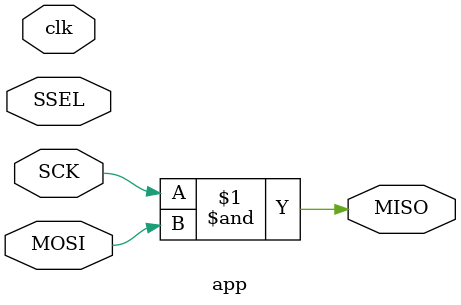
<source format=v>
module app (
    input wire clk,
    input wire SSEL,
    input wire MOSI,
    input wire SCK,
    output wire MISO
);

assign MISO = SCK & MOSI;

endmodule

</source>
